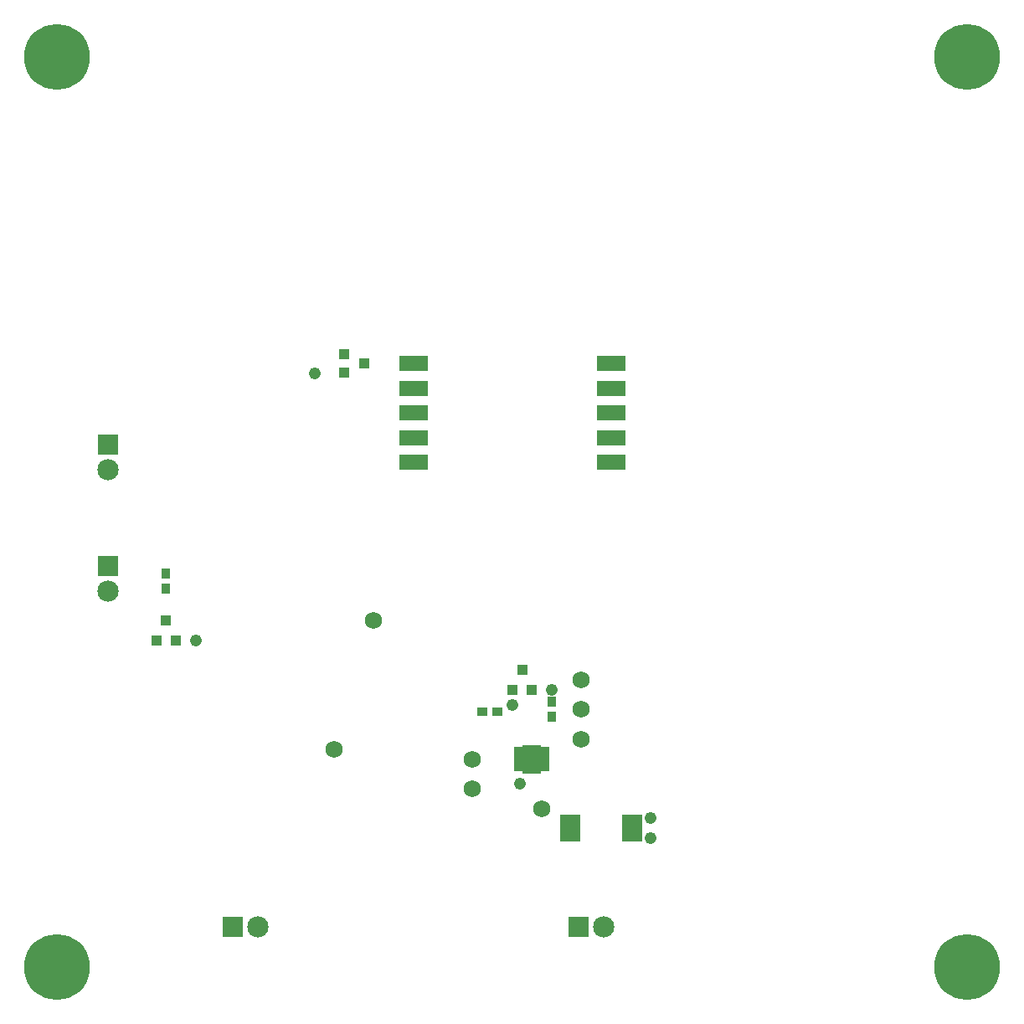
<source format=gbr>
G75*
G70*
%OFA0B0*%
%FSLAX24Y24*%
%IPPOS*%
%LPD*%
%AMOC8*
5,1,8,0,0,1.08239X$1,22.5*
%
%ADD10R,0.0848X0.0848*%
%ADD11C,0.0848*%
%ADD12R,0.0336X0.0198*%
%ADD13R,0.0769X0.1143*%
%ADD14R,0.1182X0.0592*%
%ADD15R,0.0434X0.0395*%
%ADD16R,0.0395X0.0434*%
%ADD17R,0.0380X0.0430*%
%ADD18R,0.0430X0.0380*%
%ADD19R,0.0828X0.1064*%
%ADD20C,0.2620*%
%ADD21C,0.0680*%
%ADD22C,0.0476*%
D10*
X008656Y003250D03*
X022435Y003250D03*
X003695Y017613D03*
X003695Y022455D03*
D11*
X003695Y021455D03*
X003695Y016613D03*
X009656Y003250D03*
X023435Y003250D03*
D12*
X021105Y009550D03*
X021105Y009746D03*
X021105Y009943D03*
X021105Y010140D03*
X021105Y010337D03*
X020042Y010337D03*
X020042Y010140D03*
X020042Y009943D03*
X020042Y009746D03*
X020042Y009550D03*
D13*
X020573Y009943D03*
D14*
X023723Y021754D03*
X023723Y022739D03*
X023723Y023723D03*
X023723Y024707D03*
X023723Y025691D03*
X015849Y025691D03*
X015849Y024707D03*
X015849Y023723D03*
X015849Y022739D03*
X015849Y021754D03*
D15*
X013093Y025317D03*
X013093Y026065D03*
X013880Y025691D03*
D16*
X006006Y015455D03*
X005632Y014668D03*
X006380Y014668D03*
X019806Y012699D03*
X020554Y012699D03*
X020180Y013487D03*
D17*
X021361Y012212D03*
X021361Y011612D03*
X006006Y016730D03*
X006006Y017330D03*
D18*
X018584Y011813D03*
X019184Y011813D03*
D19*
X022109Y007187D03*
X024550Y007187D03*
D20*
X001676Y001676D03*
X001676Y037896D03*
X037896Y037896D03*
X037896Y001676D03*
D21*
X022542Y010731D03*
X022542Y011912D03*
X022542Y013093D03*
X018211Y009943D03*
X018211Y008762D03*
X020967Y007975D03*
X014274Y015455D03*
X012699Y010337D03*
D22*
X007187Y014668D03*
X011912Y025298D03*
X021361Y012699D03*
X019786Y012109D03*
X020573Y009943D03*
X020081Y008959D03*
X025298Y007581D03*
X025298Y006794D03*
M02*

</source>
